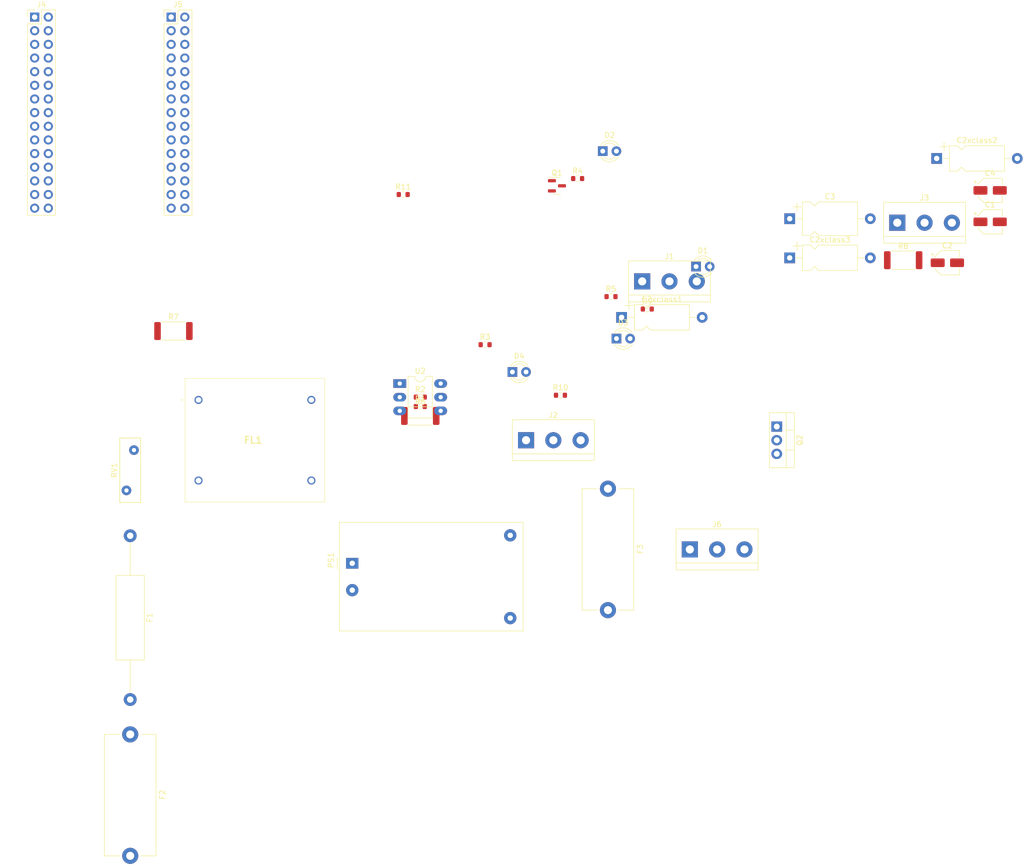
<source format=kicad_pcb>
(kicad_pcb (version 20211014) (generator pcbnew)
  (layers (0 "F.Cu" signal) (31 "B.Cu" signal) (34 "B.Paste" user) (35 "F.Paste" user) (36 "B.SilkS" user "B.Silkscreen") (37 "F.SilkS" user "F.Silkscreen") (38 "B.Mask" user) (39 "F.Mask" user) (44 "Edge.Cuts" user))
  (net 0 "")
  (net 1 "/L")
  (net 2 "Net-(C2xclass1-Pad2)")
  (net 3 "GND")
  (net 4 "Net-(D1-Pad2)")
  (net 5 "Net-(D2-Pad2)")
  (net 6 "/Drain")
  (net 7 "Net-(D3-Pad2)")
  (net 8 "Net-(D4-Pad2)")
  (net 9 "Net-(F1-Pad2)")
  (net 10 "/N")
  (net 11 "+5V")
  (net 12 "/OneWire")
  (net 13 "Net-(J2-Pad1)")
  (net 14 "Net-(J2-Pad2)")
  (net 15 "Earth_Protective")
  (net 16 "/3V3")
  (net 17 "/WiFi_LED")
  (net 18 "/Triac")
  (net 19 "/RX2")
  (net 20 "/TX2")
  (net 21 "/Empty")
  (net 22 "/D18?")
  (net 23 "/D19")
  (net 24 "/D21")
  (net 25 "/RX0")
  (net 26 "/TX0")
  (net 27 "/D22")
  (net 28 "/D23")
  (net 29 "Net-(F3-Pad2)")
  (net 30 "Net-(Q1-Pad1)")
  (net 31 "Net-(C3-Pad2)")
  (net 32 "Net-(Q2-Pad3)")
  (net 33 "Net-(R5-Pad1)")
  (net 34 "Net-(R7-Pad2)")
  (net 37 "Net-(C3-Pad1)")
  (net 38 "Net-(PS1-Pad2)")
  (net 39 "Net-(PS1-Pad1)")
  (net 40 "/PE")
  (net 41 "+3V3")
  (net 42 "/VP")
  (net 43 "/VN")
  (net 44 "/D34")
  (net 45 "/D35")
  (net 46 "/D32")
  (net 47 "/D33")
  (net 48 "/D25")
  (net 49 "/D26")
  (net 50 "/D27")
  (net 51 "/D14")
  (net 52 "/D12")
  (net 53 "/D13")
  (footprint "Fuse:Fuseholder_Cylinder-5x20mm_Stelvio-Kontek_PTF78_Horizontal_Open" (layer "F.Cu") (at 55.88 158.88 -90)
    (fp_text reference "F2" (at 11.25 -6 90) (layer "F.SilkS"))
    (fp_text value "200mA")
    (fp_line (start 22.6 -2) (end 22.6 -4.8) (layer "F.SilkS") (width 0.12))
    (fp_line (start 0 -2) (end 0 -4.8) (layer "F.SilkS") (width 0.12))
    (fp_line (start 0 4.8) (end 0 2) (layer "F.SilkS") (width 0.12))
    (fp_line (start 22.6 4.8) (end 22.6 2) (layer "F.SilkS") (width 0.12))
    (fp_line (start 0 -4.8) (end 22.6 -4.8) (layer "F.SilkS") (width 0.12))
    (fp_line (start 0 4.8) (end 22.6 4.8) (layer "F.SilkS") (width 0.12))
    (pad "1" thru_hole circle (at 0 0 270) (size 3 3) (drill 1.5) (layers *.Cu *.Mask) (net 9 "Net-(F1-Pad2)"))
    (pad "2" thru_hole circle (at 22.6 0 270) (size 3 3) (drill 1.5) (layers *.Cu *.Mask) (net 10 "/N"))
  )
  (footprint "Connector_PinHeader_2.54mm:PinHeader_2x15_P2.54mm_Vertical" (layer "F.Cu") (at 38.1 25.4)
    (fp_text reference "J4" (at 1.27 -2.33) (layer "F.SilkS"))
    (fp_text value "Conn_01x15_Female")
    (fp_line (start -1.33 0) (end -1.33 -1.33) (layer "F.SilkS") (width 0.12))
    (fp_line (start 1.27 -1.33) (end 3.87 -1.33) (layer "F.SilkS") (width 0.12))
    (fp_line (start -1.33 1.27) (end -1.33 36.89) (layer "F.SilkS") (width 0.12))
    (fp_line (start 1.27 1.27) (end 1.27 -1.33) (layer "F.SilkS") (width 0.12))
    (fp_line (start -1.33 36.89) (end 3.87 36.89) (layer "F.SilkS") (width 0.12))
    (fp_line (start 3.87 -1.33) (end 3.87 36.89) (layer "F.SilkS") (width 0.12))
    (fp_line (start -1.33 1.27) (end 1.27 1.27) (layer "F.SilkS") (width 0.12))
    (fp_line (start -1.33 -1.33) (end 0 -1.33) (layer "F.SilkS") (width 0.12))
    (pad "1" thru_hole rect (at 0 0) (size 1.7 1.7) (drill 1) (layers *.Cu *.Mask))
    (pad "2" thru_hole oval (at 2.54 0) (size 1.7 1.7) (drill 1) (layers *.Cu *.Mask))
    (pad "3" thru_hole oval (at 0 2.54) (size 1.7 1.7) (drill 1) (layers *.Cu *.Mask))
    (pad "4" thru_hole oval (at 2.54 2.54) (size 1.7 1.7) (drill 1) (layers *.Cu *.Mask))
    (pad "5" thru_hole oval (at 0 5.08) (size 1.7 1.7) (drill 1) (layers *.Cu *.Mask))
    (pad "6" thru_hole oval (at 2.54 5.08) (size 1.7 1.7) (drill 1) (layers *.Cu *.Mask))
    (pad "7" thru_hole oval (at 0 7.62) (size 1.7 1.7) (drill 1) (layers *.Cu *.Mask))
    (pad "8" thru_hole oval (at 2.54 7.62) (size 1.7 1.7) (drill 1) (layers *.Cu *.Mask))
    (pad "9" thru_hole oval (at 0 10.16) (size 1.7 1.7) (drill 1) (layers *.Cu *.Mask))
    (pad "10" thru_hole oval (at 2.54 10.16) (size 1.7 1.7) (drill 1) (layers *.Cu *.Mask))
    (pad "11" thru_hole oval (at 0 12.7) (size 1.7 1.7) (drill 1) (layers *.Cu *.Mask))
    (pad "12" thru_hole oval (at 2.54 12.7) (size 1.7 1.7) (drill 1) (layers *.Cu *.Mask))
    (pad "13" thru_hole oval (at 0 15.24) (size 1.7 1.7) (drill 1) (layers *.Cu *.Mask))
    (pad "14" thru_hole oval (at 2.54 15.24) (size 1.7 1.7) (drill 1) (layers *.Cu *.Mask))
    (pad "15" thru_hole oval (at 0 17.78) (size 1.7 1.7) (drill 1) (layers *.Cu *.Mask))
    (pad "16" thru_hole oval (at 2.54 17.78) (size 1.7 1.7) (drill 1) (layers *.Cu *.Mask) (net 41 "+3V3"))
    (pad "17" thru_hole oval (at 0 20.32) (size 1.7 1.7) (drill 1) (layers *.Cu *.Mask) (net 42 "/VP"))
    (pad "18" thru_hole oval (at 2.54 20.32) (size 1.7 1.7) (drill 1) (layers *.Cu *.Mask) (net 43 "/VN"))
    (pad "19" thru_hole oval (at 0 22.86) (size 1.7 1.7) (drill 1) (layers *.Cu *.Mask) (net 44 "/D34"))
    (pad "20" thru_hole oval (at 2.54 22.86) (size 1.7 1.7) (drill 1) (layers *.Cu *.Mask) (net 45 "/D35"))
    (pad "21" thru_hole oval (at 0 25.4) (size 1.7 1.7) (drill 1) (layers *.Cu *.Mask) (net 46 "/D32"))
    (pad "22" thru_hole oval (at 2.54 25.4) (size 1.7 1.7) (drill 1) (layers *.Cu *.Mask) (net 47 "/D33"))
    (pad "23" thru_hole oval (at 0 27.94) (size 1.7 1.7) (drill 1) (layers *.Cu *.Mask) (net 48 "/D25"))
    (pad "24" thru_hole oval (at 2.54 27.94) (size 1.7 1.7) (drill 1) (layers *.Cu *.Mask) (net 49 "/D26"))
    (pad "25" thru_hole oval (at 0 30.48) (size 1.7 1.7) (drill 1) (layers *.Cu *.Mask) (net 50 "/D27"))
    (pad "26" thru_hole oval (at 2.54 30.48) (size 1.7 1.7) (drill 1) (layers *.Cu *.Mask) (net 51 "/D14"))
    (pad "27" thru_hole oval (at 0 33.02) (size 1.7 1.7) (drill 1) (layers *.Cu *.Mask) (net 52 "/D12"))
    (pad "28" thru_hole oval (at 2.54 33.02) (size 1.7 1.7) (drill 1) (layers *.Cu *.Mask) (net 53 "/D13"))
    (pad "29" thru_hole oval (at 0 35.56) (size 1.7 1.7) (drill 1) (layers *.Cu *.Mask) (net 3 "GND"))
    (pad "30" thru_hole oval (at 2.54 35.56) (size 1.7 1.7) (drill 1) (layers *.Cu *.Mask) (net 11 "+5V"))
  )
  (footprint "Package_TO_SOT_THT:TO-220-3_Vertical" (layer "F.Cu") (at 176.19 101.6 -90)
    (fp_text reference "Q2" (at 2.54 -4.27 -90) (layer "F.SilkS"))
    (fp_text value "BTA16-600C")
    (fp_line (start -2.58 -1.76) (end 7.66 -1.76) (layer "F.SilkS") (width 0.12))
    (fp_line (start -2.58 -3.27) (end 7.66 -3.27) (layer "F.SilkS") (width 0.12))
    (fp_line (start -2.58 1.371) (end 7.66 1.371) (layer "F.SilkS") (width 0.12))
    (fp_line (start 0.69 -3.27) (end 0.69 -1.76) (layer "F.SilkS") (width 0.12))
    (fp_line (start 4.391 -3.27) (end 4.391 -1.76) (layer "F.SilkS") (width 0.12))
    (fp_line (start -2.58 -3.27) (end -2.58 1.371) (layer "F.SilkS") (width 0.12))
    (fp_line (start 7.66 -3.27) (end 7.66 1.371) (layer "F.SilkS") (width 0.12))
    (pad "1" thru_hole rect (at 0 0 270) (size 1.905 2) (drill 1.1) (layers *.Cu *.Mask) (net 31 "Net-(C3-Pad2)"))
    (pad "2" thru_hole oval (at 2.54 0 270) (size 1.905 2) (drill 1.1) (layers *.Cu *.Mask) (net 1 "/L"))
    (pad "3" thru_hole oval (at 5.08 0 270) (size 1.905 2) (drill 1.1) (layers *.Cu *.Mask) (net 32 "Net-(Q2-Pad3)"))
  )
  (footprint "LED_THT:LED_D3.0mm" (layer "F.Cu") (at 143.815 50.345)
    (fp_text reference "D2" (at 1.27 -2.96) (layer "F.SilkS"))
    (fp_text value "WiFi connected - Green LED")
    (fp_line (start -0.29 1.08) (end -0.29 1.236) (layer "F.SilkS") (width 0.12))
    (fp_line (start -0.29 -1.236) (end -0.29 -1.08) (layer "F.SilkS") (width 0.12))
    (fp_arc (start 0.229039 -1.08) (mid 1.270117 -1.5) (end 2.31113 -1.079837) (layer "F.SilkS") (width 0.12))
    (fp_arc (start 2.942335 1.078608) (mid 1.366487 1.987659) (end -0.29 1.235516) (layer "F.SilkS") (width 0.12))
    (fp_arc (start 2.31113 1.079837) (mid 1.270117 1.5) (end 0.229039 1.08) (layer "F.SilkS") (width 0.12))
    (fp_arc (start -0.29 -1.235516) (mid 1.366487 -1.987659) (end 2.942335 -1.078608) (layer "F.SilkS") (width 0.12))
    (pad "1" thru_hole rect (at 0 0) (size 1.8 1.8) (drill 0.9) (layers *.Cu *.Mask) (net 3 "GND"))
    (pad "2" thru_hole circle (at 2.54 0) (size 1.8 1.8) (drill 0.9) (layers *.Cu *.Mask) (net 5 "Net-(D2-Pad2)"))
  )
  (footprint "LED_THT:LED_D3.0mm" (layer "F.Cu") (at 146.365 85.225)
    (fp_text reference "D3" (at 1.27 -2.96) (layer "F.SilkS"))
    (fp_text value "Heat on - RED LED")
    (fp_line (start -0.29 1.08) (end -0.29 1.236) (layer "F.SilkS") (width 0.12))
    (fp_line (start -0.29 -1.236) (end -0.29 -1.08) (layer "F.SilkS") (width 0.12))
    (fp_arc (start 2.31113 1.079837) (mid 1.270117 1.5) (end 0.229039 1.08) (layer "F.SilkS") (width 0.12))
    (fp_arc (start 0.229039 -1.08) (mid 1.270117 -1.5) (end 2.31113 -1.079837) (layer "F.SilkS") (width 0.12))
    (fp_arc (start 2.942335 1.078608) (mid 1.366487 1.987659) (end -0.29 1.235516) (layer "F.SilkS") (width 0.12))
    (fp_arc (start -0.29 -1.235516) (mid 1.366487 -1.987659) (end 2.942335 -1.078608) (layer "F.SilkS") (width 0.12))
    (pad "1" thru_hole rect (at 0 0) (size 1.8 1.8) (drill 0.9) (layers *.Cu *.Mask) (net 6 "/Drain"))
    (pad "2" thru_hole circle (at 2.54 0) (size 1.8 1.8) (drill 0.9) (layers *.Cu *.Mask) (net 7 "Net-(D3-Pad2)"))
  )
  (footprint "Package_TO_SOT_SMD:SOT-23" (layer "F.Cu") (at 135.29 56.8)
    (fp_text reference "Q1" (at 0 -2.4) (layer "F.SilkS"))
    (fp_text value "BSS138")
    (fp_line (start 0 -1.56) (end 0.65 -1.56) (layer "F.SilkS") (width 0.12))
    (fp_line (start 0 -1.56) (end -1.675 -1.56) (layer "F.SilkS") (width 0.12))
    (fp_line (start 0 1.56) (end 0.65 1.56) (layer "F.SilkS") (width 0.12))
    (fp_line (start 0 1.56) (end -0.65 1.56) (layer "F.SilkS") (width 0.12))
    (pad "1" smd roundrect (at -0.9375 -0.95) (size 1.475 0.6) (layers "F.Cu" "F.Paste" "F.Mask") (net 30 "Net-(Q1-Pad1)"))
    (pad "2" smd roundrect (at -0.9375 0.95) (size 1.475 0.6) (layers "F.Cu" "F.Paste" "F.Mask") (net 3 "GND"))
    (pad "3" smd roundrect (at 0.9375 0) (size 1.475 0.6) (layers "F.Cu" "F.Paste" "F.Mask") (net 6 "/Drain"))
  )
  (footprint "Resistor_SMD:R_0603_1608Metric" (layer "F.Cu") (at 109.86 96.12)
    (fp_text reference "R2" (at 0 -1.43) (layer "F.SilkS"))
    (fp_text value "1,2k")
    (fp_line (start -0.237258 -0.5225) (end 0.237258 -0.5225) (layer "F.SilkS") (width 0.12))
    (fp_line (start -0.237258 0.5225) (end 0.237258 0.5225) (layer "F.SilkS") (width 0.12))
    (pad "1" smd roundrect (at -0.825 0) (size 0.8 0.95) (layers "F.Cu" "F.Paste" "F.Mask") (net 17 "/WiFi_LED"))
    (pad "2" smd roundrect (at 0.825 0) (size 0.8 0.95) (layers "F.Cu" "F.Paste" "F.Mask") (net 5 "Net-(D2-Pad2)"))
  )
  (footprint "LED_THT:LED_D3.0mm" (layer "F.Cu") (at 127 91.44)
    (fp_text reference "D4" (at 1.27 -2.96) (layer "F.SilkS"))
    (fp_text value "Empty Orange LED")
    (fp_line (start -0.29 -1.236) (end -0.29 -1.08) (layer "F.SilkS") (width 0.12))
    (fp_line (start -0.29 1.08) (end -0.29 1.236) (layer "F.SilkS") (width 0.12))
    (fp_arc (start 0.229039 -1.08) (mid 1.270117 -1.5) (end 2.31113 -1.079837) (layer "F.SilkS") (width 0.12))
    (fp_arc (start 2.942335 1.078608) (mid 1.366487 1.987659) (end -0.29 1.235516) (layer "F.SilkS") (width 0.12))
    (fp_arc (start 2.31113 1.079837) (mid 1.270117 1.5) (end 0.229039 1.08) (layer "F.SilkS") (width 0.12))
    (fp_arc (start -0.29 -1.235516) (mid 1.366487 -1.987659) (end 2.942335 -1.078608) (layer "F.SilkS") (width 0.12))
    (pad "1" thru_hole rect (at 0 0) (size 1.8 1.8) (drill 0.9) (layers *.Cu *.Mask) (net 3 "GND"))
    (pad "2" thru_hole circle (at 2.54 0) (size 1.8 1.8) (drill 0.9) (layers *.Cu *.Mask) (net 8 "Net-(D4-Pad2)"))
  )
  (footprint "TerminalBlock:TerminalBlock_bornier-3_P5.08mm" (layer "F.Cu") (at 151.15 74.58)
    (fp_text reference "J1" (at 5.05 -4.65) (layer "F.SilkS"))
    (fp_text value "Screw_DS18_Terminal_01x03")
    (fp_line (start -2.54 -3.81) (end 12.7 -3.81) (layer "F.SilkS") (width 0.12))
    (fp_line (start 12.7 3.81) (end 12.7 -3.81) (layer "F.SilkS") (width 0.12))
    (fp_line (start -2.54 2.54) (end 12.7 2.54) (layer "F.SilkS") (width 0.12))
    (fp_line (start -2.54 3.81) (end -2.54 -3.81) (layer "F.SilkS") (width 0.12))
    (fp_line (start -2.54 3.81) (end 12.7 3.81) (layer "F.SilkS") (width 0.12))
    (pad "1" thru_hole rect (at 0 0) (size 3 3) (drill 1.52) (layers *.Cu *.Mask) (net 11 "+5V"))
    (pad "2" thru_hole circle (at 5.08 0) (size 3 3) (drill 1.52) (layers *.Cu *.Mask) (net 12 "/OneWire"))
    (pad "3" thru_hole circle (at 10.16 0) (size 3 3) (drill 1.52) (layers *.Cu *.Mask) (net 3 "GND"))
  )
  (footprint "Inductor_THT:SSHB21HSR10300" (layer "F.Cu") (at 68.59 96.64)
    (fp_text reference "FL1" (at 10.15 7.5) (layer "F.SilkS") (effects (font (size 1.27 1.27) (thickness 0.254))))
    (fp_text value "SSHB21HS-R10300" hide)
    (fp_line (start 23.5 19) (end -2.5 19) (layer "F.SilkS") (width 0.1))
    (fp_line (start -2.5 -4) (end 23.5 -4) (layer "F.SilkS") (width 0.1))
    (fp_line (start -3.1 0) (end -3.1 0) (layer "F.SilkS") (width 0.2))
    (fp_line (start -2.5 19) (end -2.5 -4) (layer "F.SilkS") (width 0.1))
    (fp_line (start -3.2 0) (end -3.2 0) (layer "F.SilkS") (width 0.2))
    (fp_line (start 23.5 -4) (end 23.5 19) (layer "F.SilkS") (width 0.1))
    (fp_line (start -3.2 0) (end -3.2 0) (layer "F.SilkS") (width 0.2))
    (fp_arc (start -3.1 0) (mid -3.15 0.05) (end -3.2 0) (layer "F.SilkS") (width 0.2))
    (fp_arc (start -3.2 0) (mid -3.15 -0.05) (end -3.1 0) (layer "F.SilkS") (width 0.2))
    (fp_arc (start -3.1 0) (mid -3.15 0.05) (end -3.2 0) (layer "F.SilkS") (width 0.2))
    (pad "1" thru_hole circle locked (at 0 0) (size 1.5 1.5) (drill 1) (layers *.Cu *.Mask) (net 1 "/L"))
    (pad "2" thru_hole circle locked (at 0 15) (size 1.5 1.5) (drill 1) (layers *.Cu *.Mask) (net 2 "Net-(C2xclass1-Pad2)"))
    (pad "3" thru_hole circle locked (at 21 15) (size 1.5 1.5) (drill 1) (layers *.Cu *.Mask) (net 38 "Net-(PS1-Pad2)"))
    (pad "4" thru_hole circle locked (at 21 0) (size 1.5 1.5) (drill 1) (layers *.Cu *.Mask) (net 39 "Net-(PS1-Pad1)"))
  )
  (footprint "Capacitor_SMD:CP_Elec_4x5.3" (layer "F.Cu") (at 207.94 71.12)
    (fp_text reference "C2" (at 0 -3.2) (layer "F.SilkS"))
    (fp_text value "1u")
    (fp_line (start -2.26 1.195563) (end -2.26 1.06) (layer "F.SilkS") (width 0.12))
    (fp_line (start -2.26 1.195563) (end -1.195563 2.26) (layer "F.SilkS") (width 0.12))
    (fp_line (start -3 -1.56) (end -2.5 -1.56) (layer "F.SilkS") (width 0.12))
    (fp_line (start -2.26 -1.195563) (end -1.195563 -2.26) (layer "F.SilkS") (width 0.12))
    (fp_line (start 2.26 -2.26) (end 2.26 -1.06) (layer "F.SilkS") (width 0.12))
    (fp_line (start -2.26 -1.195563) (end -2.26 -1.06) (layer "F.SilkS") (width 0.12))
    (fp_line (start 2.26 2.26) (end 2.26 1.06) (layer "F.SilkS") (width 0.12))
    (fp_line (start -2.75 -1.81) (end -2.75 -1.31) (layer "F.SilkS") (width 0.12))
    (fp_line (start -1.195563 2.26) (end 2.26 2.26) (layer "F.SilkS") (width 0.12))
    (fp_line (start -1.195563 -2.26) (end 2.26 -2.26) (layer "F.SilkS") (width 0.12))
    (pad "1" smd roundrect (at -1.8 0) (size 2.6 1.6) (layers "F.Cu" "F.Paste" "F.Mask") (roundrect_rratio 0.15625) (net 11 "+5V"))
    (pad "2" smd roundrect (at 1.8 0) (size 2.6 1.6) (layers "F.Cu" "F.Paste" "F.Mask") (roundrect_rratio 0.15625) (net 3 "GND"))
  )
  (footprint "Package_DIP:DIP-6_W7.62mm_LongPads" (layer "F.Cu") (at 106.035 93.595)
    (fp_text reference "U2" (at 3.81 -2.33) (layer "F.SilkS"))
    (fp_text value "MOC3041M")
    (fp_line (start 1.56 6.41) (end 6.06 6.41) (layer "F.SilkS") (width 0.12))
    (fp_line (start 6.06 -1.33) (end 4.81 -1.33) (layer "F.SilkS") (width 0.12))
    (fp_line (start 2.81 -1.33) (end 1.56 -1.33) (layer "F.SilkS") (width 0.12))
    (fp_line (start 6.06 6.41) (end 6.06 -1.33) (layer "F.SilkS") (width 0.12))
    (fp_line (start 1.56 -1.33) (end 1.56 6.41) (layer "F.SilkS") (width 0.12))
    (fp_arc (start 4.81 -1.33) (mid 3.81 -0.33) (end 2.81 -1.33) (layer "F.SilkS") (width 0.12))
    (pad "1" thru_hole rect (at 0 0) (size 2.4 1.6) (drill 0.8) (layers *.Cu *.Mask) (net 33 "Net-(R5-Pad1)"))
    (pad "2" thru_hole oval (at 0 2.54) (size 2.4 1.6) (drill 0.8) (layers *.Cu *.Mask) (net 6 "/Drain"))
    (pad "3" thru_hole oval (at 0 5.08) (size 2.4 1.6) (drill 0.8) (layers *.Cu *.Mask))
    (pad "4" thru_hole oval (at 7.62 5.08) (size 2.4 1.6) (drill 0.8) (layers *.Cu *.Mask) (net 32 "Net-(Q2-Pad3)"))
    (pad "5" thru_hole oval (at 7.62 2.54) (size 2.4 1.6) (drill 0.8) (layers *.Cu *.Mask))
    (pad "6" thru_hole oval (at 7.62 0) (size 2.4 1.6) (drill 0.8) (layers *.Cu *.Mask) (net 34 "Net-(R7-Pad2)"))
  )
  (footprint "LED_THT:LED_D3.0mm" (layer "F.Cu") (at 161.175 71.825)
    (fp_text reference "D1" (at 1.27 -2.96) (layer "F.SilkS"))
    (fp_text value "Power On Red LED")
    (fp_line (start -0.29 -1.236) (end -0.29 -1.08) (layer "F.SilkS") (width 0.12))
    (fp_line (start -0.29 1.08) (end -0.29 1.236) (layer "F.SilkS") (width 0.12))
    (fp_arc (start 0.229039 -1.08) (mid 1.270117 -1.5) (end 2.31113 -1.079837) (layer "F.SilkS") (width 0.12))
    (fp_arc (start 2.942335 1.078608) (mid 1.366487 1.987659) (end -0.29 1.235516) (layer "F.SilkS") (width 0.12))
    (fp_arc (start -0.29 -1.235516) (mid 1.366487 -1.987659) (end 2.942335 -1.078608) (layer "F.SilkS") (width 0.12))
    (fp_arc (start 2.31113 1.079837) (mid 1.270117 1.5) (end 0.229039 1.08) (layer "F.SilkS") (width 0.12))
    (pad "1" thru_hole rect (at 0 0) (size 1.8 1.8) (drill 0.9) (layers *.Cu *.Mask) (net 3 "GND"))
    (pad "2" thru_hole circle (at 2.54 0) (size 1.8 1.8) (drill 0.9) (layers *.Cu *.Mask) (net 4 "Net-(D1-Pad2)"))
  )
  (footprint "Connector_PinHeader_2.54mm:PinHeader_2x15_P2.54mm_Vertical" (layer "F.Cu") (at 63.5 25.4)
    (fp_text reference "J5" (at 1.27 -2.33) (layer "F.SilkS"))
    (fp_text value "Conn_01x15_Female")
    (fp_line (start -1.33 1.27) (end -1.33 36.89) (layer "F.SilkS") (width 0.12))
    (fp_line (start 3.87 -1.33) (end 3.87 36.89) (layer "F.SilkS") (width 0.12))
    (fp_line (start -1.33 36.89) (end 3.87 36.89) (layer "F.SilkS") (width 0.12))
    (fp_line (start 1.27 -1.33) (end 3.87 -1.33) (layer "F.SilkS") (width 0.12))
    (fp_line (start -1.33 0) (end -1.33 -1.33) (layer "F.SilkS") (width 0.12))
    (fp_line (start -1.33 -1.33) (end 0 -1.33) (layer "F.SilkS") (width 0.12))
    (fp_line (start -1.33 1.27) (end 1.27 1.27) (layer "F.SilkS") (width 0.12))
    (fp_line (start 1.27 1.27) (end 1.27 -1.33) (layer "F.SilkS") (width 0.12))
    (pad "1" thru_hole rect (at 0 0) (size 1.7 1.7) (drill 1) (layers *.Cu *.Mask) (net 16 "/3V3"))
    (pad "2" thru_hole oval (at 2.54 0) (size 1.7 1.7) (drill 1) (layers *.Cu *.Mask) (net 3 "GND"))
    (pad "3" thru_hole oval (at 0 2.54) (size 1.7 1.7) (drill 1) (layers *.Cu *.Mask) (net 17 "/WiFi_LED"))
    (pad "4" thru_hole oval (at 2.54 2.54) (size 1.7 1.7) (drill 1) (layers *.Cu *.Mask) (net 18 "/Triac"))
    (pad "5" thru_hole oval (at 0 5.08) (size 1.7 1.7) (drill 1) (layers *.Cu *.Mask) (net 12 "/OneWire"))
    (pad "6" thru_hole oval (at 2.54 5.08) (size 1.7 1.7) (drill 1) (layers *.Cu *.Mask) (net 19 "/RX2"))
    (pad "7" thru_hole oval (at 0 7.62) (size 1.7 1.7) (drill 1) (layers *.Cu *.Mask) (net 20 "/TX2"))
    (pad "8" thru_hole oval (at 2.54 7.62) (size 1.7 1.7) (drill 1) (layers *.Cu *.Mask) (net 21 "/Empty"))
    (pad "9" thru_hole oval (at 0 10.16) (size 1.7 1.7) (drill 1) (layers *.Cu *.Mask) (net 22 "/D18?"))
    (pad "10" thru_hole oval (at 2.54 10.16) (size 1.7 1.7) (drill 1) (layers *.Cu *.Mask) (net 23 "/D19"))
    (pad "11" thru_hole oval (at 0 12.7) (size 1.7 1.7) (drill 1) (layers *.Cu *.Mask) (net 24 "/D21"))
    (pad "12" thru_hole oval (at 2.54 12.7) (size 1.7 1.7) (drill 1) (layers *.Cu *.Mask) (net 25 "/RX0"))
    (pad "13" thru_hole oval (at 0 15.24) (size 1.7 1.7) (drill 1) (layers *.Cu *.Mask) (net 26 "/TX0"))
    (pad "14" thru_hole oval (at 2.54 15.24) (size 1.7 1.7) (drill 1) (layers *.Cu *.Mask) (net 27 "/D22"))
    (pad "15" thru_hole oval (at 0 17.78) (size 1.7 1.7) (drill 1) (layers *.Cu *.Mask) (net 28 "/D23"))
    (pad "16" thru_hole oval (at 2.54 17.78) (size 1.7 1.7) (drill 1) (layers *.Cu *.Mask))
    (pad "17" thru_hole oval (at 0 20.32) (size 1.7 1.7) (drill 1) (layers *.Cu *.Mask))
    (pad "18" thru_hole oval (at 2.54 20.32) (size 1.7 1.7) (drill 1) (layers *.Cu *.Mask))
    (pad "19" thru_hole oval (at 0 22.86) (size 1.7 1.7) (drill 1) (layers *.Cu *.Mask))
    (pad "20" thru_hole oval (at 2.54 22.86) (size 1.7 1.7) (drill 1) (layers *.Cu *.Mask))
    (pad "21" thru_hole oval (at 0 25.4) (size 1.7 1.7) (drill 1) (layers *.Cu *.Mask))
    (pad "22" thru_hole oval (at 2.54 25.4) (size 1.7 1.7) (drill 1) (layers *.Cu *.Mask))
    (pad "23" thru_hole oval (at 0 27.94) (size 1.7 1.7) (drill 1) (layers *.Cu *.Mask))
    (pad "24" thru_hole oval (at 2.54 27.94) (size 1.7 1.7) (drill 1) (layers *.Cu *.Mask))
    (pad "25" thru_hole oval (at 0 30.48) (size 1.7 1.7) (drill 1) (layers *.Cu *.Mask))
    (pad "26" thru_hole oval (at 2.54 30.48) (size 1.7 1.7) (drill 1) (layers *.Cu *.Mask))
    (pad "27" thru_hole oval (at 0 33.02) (size 1.7 1.7) (drill 1) (layers *.Cu *.Mask))
    (pad "28" thru_hole oval (at 2.54 33.02) (size 1.7 1.7) (drill 1) (layers *.Cu *.Mask))
    (pad "29" thru_hole oval (at 0 35.56) (size 1.7 1.7) (drill 1) (layers *.Cu *.Mask))
    (pad "30" thru_hole oval (at 2.54 35.56) (size 1.7 1.7) (drill 1) (layers *.Cu *.Mask))
  )
  (footprint "Resistor_SMD:R_0603_1608Metric" (layer "F.Cu") (at 135.94 95.77)
    (fp_text reference "R10" (at 0 -1.43) (layer "F.SilkS"))
    (fp_text value "2.2k")
    (fp_line (start -0.237258 0.5225) (end 0.237258 0.5225) (layer "F.SilkS") (width 0.12))
    (fp_line (start -0.237258 -0.5225) (end 0.237258 -0.5225) (layer "F.SilkS") (width 0.12))
    (pad "1" smd roundrect (at -0.825 0) (size 0.8 0.95) (layers "F.Cu" "F.Paste" "F.Mask") (net 11 "+5V"))
    (pad "2" smd roundrect (at 0.825 0) (size 0.8 0.95) (layers "F.Cu" "F.Paste" "F.Mask") (net 7 "Net-(D3-Pad2)"))
  )
  (footprint "TerminalBlock:TerminalBlock_bornier-3_P5.08mm" (layer "F.Cu") (at 129.54 104.14)
    (fp_text reference "J2" (at 5.05 -4.65) (layer "F.SilkS"))
    (fp_text value "Screw_230v_Terminal_01x03")
    (fp_line (start -2.54 2.54) (end 12.7 2.54) (layer "F.SilkS") (width 0.12))
    (fp_line (start -2.54 -3.81) (end 12.7 -3.81) (layer "F.SilkS") (width 0.12))
    (fp_line (start 12.7 3.81) (end 12.7 -3.81) (layer "F.SilkS") (width 0.12))
    (fp_line (start -2.54 3.81) (end 12.7 3.81) (layer "F.SilkS") (width 0.12))
    (fp_line (start -2.54 3.81) (end -2.54 -3.81) (layer "F.SilkS") (width 0.12))
    (pad "1" thru_hole rect (at 0 0) (size 3 3) (drill 1.52) (layers *.Cu *.Mask) (net 13 "Net-(J2-Pad1)"))
    (pad "2" thru_hole circle (at 5.08 0) (size 3 3) (drill 1.52) (layers *.Cu *.Mask) (net 14 "Net-(J2-Pad2)"))
    (pad "3" thru_hole circle (at 10.16 0) (size 3 3) (drill 1.52) (layers *.Cu *.Mask) (net 15 "Earth_Protective"))
  )
  (footprint "Resistor_SMD:R_0603_1608Metric" (layer "F.Cu") (at 106.68 58.42)
    (fp_text reference "R11" (at 0 -1.43) (layer "F.SilkS"))
    (fp_text value "1.2k")
    (fp_line (start -0.237258 0.5225) (end 0.237258 0.5225) (layer "F.SilkS") (width 0.12))
    (fp_line (start -0.237258 -0.5225) (end 0.237258 -0.5225) (layer "F.SilkS") (width 0.12))
    (pad "1" smd roundrect (at -0.825 0) (size 0.8 0.95) (layers "F.Cu" "F.Paste" "F.Mask") (net 21 "/Empty"))
    (pad "2" smd roundrect (at 0.825 0) (size 0.8 0.95) (layers "F.Cu" "F.Paste" "F.Mask") (net 8 "Net-(D4-Pad2)"))
  )
  (footprint "Resistor_SMD:R_0603_1608Metric" (layer "F.Cu") (at 139.14 55.45)
    (fp_text reference "R4" (at 0 -1.43) (layer "F.SilkS"))
    (fp_text value "10k")
    (fp_line (start -0.237258 0.5225) (end 0.237258 0.5225) (layer "F.SilkS") (width 0.12))
    (fp_line (start -0.237258 -0.5225) (end 0.237258 -0.5225) (layer "F.SilkS") (width 0.12))
    (pad "1" smd roundrect (at -0.825 0) (size 0.8 0.95) (layers "F.Cu" "F.Paste" "F.Mask") (net 3 "GND"))
    (pad "2" smd roundrect (at 0.825 0) (size 0.8 0.95) (layers "F.Cu" "F.Paste" "F.Mask") (net 30 "Net-(Q1-Pad1)"))
  )
  (footprint "Capacitor_THT:CP_Axial_L10.0mm_D6.0mm_P15.00mm_Horizontal" (layer "F.Cu") (at 178.6 62.92)
    (fp_text reference "C3" (at 7.5 -4.12) (layer "F.SilkS"))
    (fp_text value "22n")
    (fp_line (start 13.76 0) (end 12.62 0) (layer "F.SilkS") (width 0.12))
    (fp_line (start 4.63 2.37) (end 5.38 3.12) (layer "F.SilkS") (width 0.12))
    (fp_line (start 4.63 -2.37) (end 5.38 -3.12) (layer "F.SilkS") (width 0.12))
    (fp_line (start 5.38 3.12) (end 12.62 3.12) (layer "F.SilkS") (width 0.12))
    (fp_line (start 12.62 -3.12) (end 12.62 3.12) (layer "F.SilkS") (width 0.12))
    (fp_line (start 3.88 3.12) (end 4.63 2.37) (layer "F.SilkS") (width 0.12))
    (fp_line (start 2.38 -3.12) (end 3.88 -3.12) (layer "F.SilkS") (width 0.12))
    (fp_line (start 5.38 -3.12) (end 12.62 -3.12) (layer "F.SilkS") (width 0.12))
    (fp_line (start 2.38 3.12) (end 3.88 3.12) (layer "F.SilkS") (width 0.12))
    (fp_line (start 1.38 -2.95) (end 1.38 -1.45) (layer "F.SilkS") (width 0.12))
    (fp_line (start 1.24 0) (end 2.38 0) (layer "F.SilkS") (width 0.12))
    (fp_line (start 0.63 -2.2) (end 2.13 -2.2) (layer "F.SilkS") (width 0.12))
    (fp_line (start 3.88 -3.12) (end 4.63 -2.37) (layer "F.SilkS") (width 0.12))
    (fp_line (start 2.38 -3.12) (end 2.38 3.12) (layer "F.SilkS") (width 0.12))
    (pad "1" thru_hole rect (at 0 0) (size 2 2) (drill 1) (layers *.Cu *.Mask) (net 37 "Net-(C3-Pad1)"))
    (pad "2" thru_hole oval (at 15 0) (size 2 2) (drill 1) (layers *.Cu *.Mask) (net 31 "Net-(C3-Pad2)"))
  )
  (footprint "Resistor_SMD:R_2512_6332Metric" (layer "F.Cu") (at 109.86 99.62)
    (fp_text reference "R6" (at 0 -2.62) (layer "F.SilkS"))
    (fp_text value "330")
    (fp_line (start -2.177064 -1.71) (end 2.177064 -1.71) (layer "F.SilkS") (width 0.12))
    (fp_line (start -2.177064 1.71) (end 2.177064 1.71) (layer "F.SilkS") (width 0.12))
    (pad "1" smd roundrect (at -2.9625 0) (size 1.225 3.35) (layers "F.Cu" "F.Paste" "F.Mask") (roundrect_rratio 0.204082) (net 32 "Net-(Q2-Pad3)"))
    (pad "2" smd roundrect (at 2.9625 0) (size 1.225 3.35) (layers "F.Cu" "F.Paste" "F.Mask") (roundrect_rratio 0.204082) (net 31 "Net-(C3-Pad2)"))
  )
  (footprint "Fuse:Fuseholder_Cylinder-5x20mm_Stelvio-Kontek_PTF78_Horizontal_Open" (layer "F.Cu") (at 144.78 113.16 -90)
    (fp_text reference "F3" (at 11.25 -6 90) (layer "F.SilkS"))
    (fp_text value "630mA")
    (fp_line (start 0 -4.8) (end 22.6 -4.8) (layer "F.SilkS") (width 0.12))
    (fp_line (start 0 -2) (end 0 -4.8) (layer "F.SilkS") (width 0.12))
    (fp_line (start 0 4.8) (end 22.6 4.8) (layer "F.SilkS") (width 0.12))
    (fp_line (start 22.6 4.8) (end 22.6 2) (layer "F.SilkS") (width 0.12))
    (fp_line (start 0 4.8) (end 0 2) (layer "F.SilkS") (width 0.12))
    (fp_line (start 22.6 -2) (end 22.6 -4.8) (layer "F.SilkS") (width 0.12))
    (pad "1" thru_hole circle (at 0 0 270) (size 3 3) (drill 1.5) (layers *.Cu *.Mask) (net 11 "+5V"))
    (pad "2" thru_hole circle (at 22.6 0 270) (size 3 3) (drill 1.5) (layers *.Cu *.Mask) (net 29 "Net-(F3-Pad2)"))
  )
  (footprint "Resistor_SMD:R_0603_1608Metric" (layer "F.Cu") (at 152.1 79.73)
    (fp_text reference "R9" (at 0 -1.43) (layer "F.SilkS"))
    (fp_text value "4.7k")
    (fp_line (start -0.237258 -0.5225) (end 0.237258 -0.5225) (layer "F.SilkS") (width 0.12))
    (fp_line (start -0.237258 0.5225) (end 0.237258 0.5225) (layer "F.SilkS") (width 0.12))
    (pad "1" smd roundrect (at -0.825 0) (size 0.8 0.95) (layers "F.Cu" "F.Paste" "F.Mask") (net 11 "+5V"))
    (pad "2" smd roundrect (at 0.825 0) (size 0.8 0.95) (layers "F.Cu" "F.Paste" "F.Mask") (net 12 "/OneWire"))
  )
  (footprint "Resistor_SMD:R_2512_6332Metric" (layer "F.Cu") (at 199.72 70.64)
    (fp_text reference "R8" (at 0 -2.62) (layer "F.SilkS"))
    (fp_text value "39")
    (fp_line (start -2.177064 1.71) (end 2.177064 1.71) (layer "F.SilkS") (width 0.12))
    (fp_line (start -2.177064 -1.71) (end 2.177064 -1.71) (layer "F.SilkS") (width 0.12))
    (pad "1" smd roundrect (at -2.9625 0) (size 1.225 3.35) (layers "F.Cu" "F.Paste" "F.Mask") (roundrect_rratio 0.204082) (net 1 "/L"))
    (pad "2" smd roundrect (at 2.9625 0) (size 1.225 3.35) (layers "F.Cu" "F.Paste" "F.Mask") (roundrect_rratio 0.204082) (net 37 "Net-(C3-Pad1)"))
  )
  (footprint "Resistor_SMD:R_0603_1608Metric" (layer "F.Cu") (at 145.35 77.42)
    (fp_text reference "R5" (at 0 -1.43) (layer "F.SilkS"))
    (fp_text value "390")
    (fp_line (start -0.237258 0.5225) (end 0.237258 0.5225) (layer "F.SilkS") (width 0.12))
    (fp_line (start -0.237258 -0.5225) (end 0.237258 -0.5225) (layer "F.SilkS") (width 0.12))
    (pad "1" smd roundrect (at -0.825 0) (size 0.8 0.95) (layers "F.Cu" "F.Paste" "F.Mask") (net 33 "Net-(R5-Pad1)"))
    (pad "2" smd roundrect (at 0.825 0) (size 0.8 0.95) (layers "F.Cu" "F.Paste" "F.Mask") (net 11 "+5V"))
  )
  (footprint "Capacitor_THT:CP_Axial_L10.0mm_D4.5mm_P15.00mm_Horizontal" (layer "F.Cu") (at 178.6 70.205)
    (fp_text reference "C2xclass3" (at 7.5 -3.37) (layer "F.SilkS"))
    (fp_text value "2.2n")
    (fp_line (start 2.38 2.37) (end 3.88 2.37) (layer "F.SilkS") (width 0.12))
    (fp_line (start 4.63 1.62) (end 5.38 2.37) (layer "F.SilkS") (width 0.12))
    (fp_line (start 5.38 2.37) (end 12.62 2.37) (layer "F.SilkS") (width 0.12))
    (fp_line (start 1.38 -2.95) (end 1.38 -1.45) (layer "F.SilkS") (width 0.12))
    (fp_line (start 3.88 -2.37) (end 4.63 -1.62) (layer "F.SilkS") (width 0.12))
    (fp_line (start 2.38 -2.37) (end 2.38 2.37) (layer "F.SilkS") (width 0.12))
    (fp_line (start 5.38 -2.37) (end 12.62 -2.37) (layer "F.SilkS") (width 0.12))
    (fp_line (start 2.38 -2.37) (end 3.88 -2.37) (layer "F.SilkS") (width 0.12))
    (fp_line (start 4.63 -1.62) (end 5.38 -2.37) (layer "F.SilkS") (width 0.12))
    (fp_line (start 1.24 0) (end 2.38 0) (layer "F.SilkS") (width 0.12))
    (fp_line (start 12.62 -2.37) (end 12.62 2.37) (layer "F.SilkS") (width 0.12))
    (fp_line (start 3.88 2.37) (end 4.63 1.62) (layer "F.SilkS") (width 0.12))
    (fp_line (start 0.63 -2.2) (end 2.13 -2.2) (layer "F.SilkS") (width 0.12))
    (fp_line (start 13.76 0) (end 12.62 0) (layer "F.SilkS") (width 0.12))
    (pad "1" thru_hole rect (at 0 0) (size 2 2) (drill 1) (layers *.Cu *.Mask) (net 2 "Net-(C2xclass1-Pad2)"))
    (pad "2" thru_hole oval (at 15 0) (size 2 2) (drill 1) (layers *.Cu *.Mask) (net 15 "Earth_Protective"))
  )
  (footprint "Capacitor_SMD:CP_Elec_4x5.3" (layer "F.Cu") (at 215.9 63.5)
    (fp_text reference "C1" (at 0 -3.2) (layer "F.SilkS"))
    (fp_text value "10u")
    (fp_line (start -2.26 1.195563) (end -1.195563 2.26) (layer "F.SilkS") (width 0.12))
    (fp_line (start -2.75 -1.81) (end -2.75 -1.31) (layer "F.SilkS") (width 0.12))
    (fp_line (start -2.26 1.195563) (end -2.26 1.06) (layer "F.SilkS") (width 0.12))
    (fp_line (start -2.26 -1.195563) (end -1.195563 -2.26) (layer "F.SilkS") (width 0.12))
    (fp_line (start -2.26 -1.195563) (end -2.26 -1.06) (layer "F.SilkS") (width 0.12))
    (fp_line (start -1.195563 -2.26) (end 2.26 -2.26) (layer "F.SilkS") (width 0.12))
    (fp_line (start 2.26 -2.26) (end 2.26 -1.06) (layer "F.SilkS") (width 0.12))
    (fp_line (start -3 -1.56) (end -2.5 -1.56) (layer "F.SilkS") (width 0.12))
    (fp_line (start 2.26 2.26) (end 2.26 1.06) (layer "F.SilkS") (width 0.12))
    (fp_line (start -1.195563 2.26) (end 2.26 2.26) (layer "F.SilkS") (width 0.12))
    (pad "1" smd roundrect (at -1.8 0) (size 2.6 1.6) (layers "F.Cu" "F.Paste" "F.Mask") (roundrect_rratio 0.15625) (net 11 "+5V"))
    (pad "2" smd roundrect (at 1.8 0) (size 2.6 1.6) (layers "F.Cu" "F.Paste" "F.Mask") (roundrect_rratio 0.15625) (net 3 "GND"))
  )
  (footprint "TerminalBlock:TerminalBlock_bornier-3_P5.08mm" (layer "F.Cu") (at 198.62 63.67)
    (fp_text reference "J3" (at 5.05 -4.65) (layer "F.SilkS"))
    (fp_text value "Czajnik_plug")
    (fp_line (start -2.54 3.81) (end 12.7 3.81) (layer "F.SilkS") (width 0.12))
    (fp_line (start -2.54 3.81) (end -2.54 -3.81) (layer "F.SilkS") (width 0.12))
    (fp_line (start 12.7 3.81) (end 12.7 -3.81) (layer "F.SilkS") (width 0.12))
    (fp_line (start -2.54 -3.81) (end 12.7 -3.81) (layer "F.SilkS") (width 0.12))
    (fp_line (start -2.54 2.54) (end 12.7 2.54) (layer "F.SilkS") (width 0.12))
    (pad "1" thru_hole rect (at 0 0) (size 3 3) (drill 1.52) (layers *.Cu *.Mask) (net 31 "Net-(C3-Pad2)"))
    (pad "2" thru_hole circle (at 5.08 0) (size 3 3) (drill 1.52) (layers *.Cu *.Mask) (net 10 "/N"))
    (pad "3" thru_hole circle (at 10.16 0) (size 3 3) (drill 1.52) (layers *.Cu *.Mask) (net 40 "/PE"))
  )
  (footprint "Resistor_SMD:R_2512_6332Metric" (layer "F.Cu") (at 63.9225 83.82)
    (fp_text reference "R7" (at 0 -2.62) (layer "F.SilkS"))
    (fp_text value "360")
    (fp_line (start -2.177064 1.71) (end 2.177064 1.71) (layer "F.SilkS") (width 0.12))
    (fp_line (start -2.177064 -1.71) (end 2.177064 -1.71) (layer "F.SilkS") (width 0.12))
    (pad "1" smd roundrect (at -2.9625 0) (size 1.225 3.35) (layers "F.Cu" "F.Paste" "F.Mask") (roundrect_rratio 0.204082) (net 1 "/L"))
    (pad "2" smd roundrect (at 2.9625 0) (size 1.225 3.35) (layers "F.Cu" "F.Paste" "F.Mask") (roundrect_rratio 0.204082) (net 34 "Net-(R7-Pad2)"))
  )
  (footprint "Capacitor_THT:CP_Axial_L10.0mm_D4.5mm_P15.00mm_Horizontal" (layer "F.Cu") (at 205.95 51.705)
    (fp_text reference "C2xclass2" (at 7.5 -3.37) (layer "F.SilkS"))
    (fp_text value "2.2n")
    (fp_line (start 12.62 -2.37) (end 12.62 2.37) (layer "F.SilkS") (width 0.12))
    (fp_line (start 4.63 1.62) (end 5.38 2.37) (layer "F.SilkS") (width 0.12))
    (fp_line (start 2.38 -2.37) (end 3.88 -2.37) (layer "F.SilkS") (width 0.12))
    (fp_line (start 1.38 -2.95) (end 1.38 -1.45) (layer "F.SilkS") (width 0.12))
    (fp_line (start 13.76 0) (end 12.62 0) (layer "F.SilkS") (width 0.12))
    (fp_line (start 4.63 -1.62) (end 5.38 -2.37) (layer "F.SilkS") (width 0.12))
    (fp_line (start 0.63 -2.2) (end 2.13 -2.2) (layer "F.SilkS") (width 0.12))
    (fp_line (start 5.38 2.37) (end 12.62 2.37) (layer "F.SilkS") (width 0.12))
    (fp_line (start 3.88 2.37) (end 4.63 1.62) (layer "F.SilkS") (width 0.12))
    (fp_line (start 1.24 0) (end 2.38 0) (layer "F.SilkS") (width 0.12))
    (fp_line (start 2.38 -2.37) (end 2.38 2.37) (layer "F.SilkS") (width 0.12))
    (fp_line (start 5.38 -2.37) (end 12.62 -2.37) (layer "F.SilkS") (width 0.12))
    (fp_line (start 3.88 -2.37) (end 4.63 -1.62) (layer "F.SilkS") (width 0.12))
    (fp_line (start 2.38 2.37) (end 3.88 2.37) (layer "F.SilkS") (width 0.12))
    (pad "1" thru_hole rect (at 0 0) (size 2 2) (drill 1) (layers *.Cu *.Mask) (net 15 "Earth_Protective"))
    (pad "2" thru_hole oval (at 15 0) (size 2 2) (drill 1) (layers *.Cu *.Mask) (net 1 "/L"))
  )
  (footprint "TerminalBlock:TerminalBlock_bornier-3_P5.08mm" (layer "F.Cu") (at 160.02 124.46)
    (fp_text reference "J6" (at 5.05 -4.65) (layer "F.SilkS"))
    (fp_text value "Screw_230v_Terminal_01x03")
    (fp_line (start -2.54 3.81) (end 12.7 3.81) (layer "F.SilkS") (width 0.12))
    (fp_line (start -2.54 -3.81) (end 12.7 -3.81) (layer "F.SilkS") (width 0.12))
    (fp_line (start -2.54 2.54) (end 12.7 2.54) (layer "F.SilkS") (width 0.12))
    (fp_line (start 12.7 3.81) (end 12.7 -3.81) (layer "F.SilkS") (width 0.12))
    (fp_line (start -2.54 3.81) (end -2.54 -3.81) (layer "F.SilkS") (width 0.12))
    (pad "1" thru_hole rect (at 0 0) (size 3 3) (drill 1.52) (layers *.Cu *.Mask) (net 1 "/L"))
    (pad "2" thru_hole circle (at 5.08 0) (size 3 3) (drill 1.52) (layers *.Cu *.Mask) (net 10 "/N"))
    (pad "3" thru_hole circle (at 10.16 0) (size 3 3) (drill 1.52) (layers *.Cu *.Mask) (net 15 "Earth_Protective"))
  )
  (footprint "Resistor_THT:R_Axial_DIN0516_L15.5mm_D5.0mm_P30.48mm_Horizontal" (layer "F.Cu") (at 55.88 121.915 -90)
    (fp_text reference "F1" (at 15.24 -3.62 90) (layer "F.SilkS"))
    (fp_text value "Thermal Fuse 72 st.")
    (fp_line (start 23.11 2.62) (end 23.11 -2.62) (layer "F.SilkS") (width 0.12))
    (fp_line (start 7.37 2.62) (end 23.11 2.62) (layer "F.SilkS") (width 0.12))
    (fp_line (start 7.37 -2.62) (end 7.37 2.62) (layer "F.SilkS") (width 0.12))
    (fp_line (start 23.11 -2.62) (end 7.37 -2.62) (layer "F.SilkS") (width 0.12))
    (fp_line (start 29.04 0) (end 23.11 0) (layer "F.SilkS") (width 0.12))
    (fp_line (start 1.44 0) (end 7.37 0) (layer "F.SilkS") (width 0.12))
    (pad "1" thru_hole circle (at 0 0 270) (size 2.4 2.4) (drill 1.2) (layers *.Cu *.Mask) (net 2 "Net-(C2xclass1-Pad2)"))
    (pad "2" thru_hole oval (at 30.48 0 270) (size 2.4 2.4) (drill 1.2) (layers *.Cu *.Mask) (net 9 "Net-(F1-Pad2)"))
  )
  (footprint "Capacitor_SMD:CP_Elec_4x5.3" (layer "F.Cu") (at 215.9 57.65)
    (fp_text reference "C4" (at 0 -3.2) (layer "F.SilkS"))
    (fp_text value "100n")
    (fp_line (start -2.26 -1.195563) (end -2.26 -1.06) (layer "F.SilkS") (width 0.12))
    (fp_line (start -2.26 -1.195563) (end -1.195563 -2.26) (layer "F.SilkS") (width 0.12))
    (fp_line (start -1.195563 2.26) (end 2.26 2.26) (layer "F.SilkS") (width 0.12))
    (fp_line (start -2.26 1.195563) (end -1.195563 2.26) (layer "F.SilkS") (width 0.12))
    (fp_line (start -2.26 1.195563) (end -2.26 1.06) (layer "F.SilkS") (width 0.12))
    (fp_line (start 2.26 -2.26) (end 2.26 -1.06) (layer "F.SilkS") (width 0.12))
    (fp_line (start 2.26 2.26) (end 2.26 1.06) (layer "F.SilkS") (width 0.12))
    (fp_line (start -2.75 -1.81) (end -2.75 -1.31) (layer "F.SilkS") (width 0.12))
    (fp_line (start -3 -1.56) (end -2.5 -1.56) (layer "F.SilkS") (width 0.12))
    (fp_line (start -1.195563 -2.26) (end 2.26 -2.26) (layer "F.SilkS") (width 0.12))
    (pad "1" smd roundrect (at -1.8 0) (size 2.6 1.6) (layers "F.Cu" "F.Paste" "F.Mask") (roundrect_rratio 0.15625) (net 11 "+5V"))
    (pad "2" smd roundrect (at 1.8 0) (size 2.6 1.6) (layers "F.Cu" "F.Paste" "F.Mask") (roundrect_rratio 0.15625) (net 3 "GND"))
  )
  (footprint "Resistor_SMD:R_0603_1608Metric" (layer "F.Cu") (at 109.86 97.87)
    (fp_text reference "R1" (at 0 -1.43) (layer "F.SilkS"))
    (fp_text value "2.2k")
    (fp_line (start -0.237258 0.5225) (end 0.237258 0.5225) (layer "F.SilkS") (width 0.12))
    (fp_line (start -0.237258 -0.5225) (end 0.237258 -0.5225) (layer "F.SilkS") (width 0.12))
    (pad "1" smd roundrect (at -0.825 0) (size 0.8 0.95) (layers "F.Cu" "F.Paste" "F.Mask") (net 11 "+5V"))
    (pad "2" smd roundrect (at 0.825 0) (size 0.8 0.95) (layers "F.Cu" "F.Paste" "F.Mask") (net 4 "Net-(D1-Pad2)"))
  )
  (footprint "Varistor:RV_Disc_D12mm_W3.9mm_P7.5mm" (layer "F.Cu") (at 56.58 105.98 -90)
    (fp_text reference "RV1" (at 3.75 3.65 90) (layer "F.SilkS"))
    (fp_text value "Varistor")
    (fp_line (start -2.25 -1.25) (end -2.25 2.65) (layer "F.SilkS") (width 0.15))
    (fp_line (start 9.75 -1.25) (end 9.75 2.65) (layer "F.SilkS") (width 0.15))
    (fp_line (start -2.25 2.65) (end 9.75 2.65) (layer "F.SilkS") (width 0.15))
    (fp_line (start -2.25 -1.25) (end 9.75 -1.25) (layer "F.SilkS") (width 0.15))
    (pad "1" thru_hole circle (at 0 0 270) (size 1.8 1.8) (drill 0.8) (layers *.Cu *.Mask) (net 1 "/L"))
    (pad "2" thru_hole circle (at 7.5 1.4 270) (size 1.8 1.8) (drill 0.8) (layers *.Cu *.Mask) (net 2 "Net-(C2xclass1-Pad2)"))
  )
  (footprint "Converter_ACDC:Converter_ACDC_HiLink_HLK-PMxx" (layer "F.Cu") (at 97.1975 127.04)
    (fp_text reference "PS1" (at -3.94 -0.55 90) (layer "F.SilkS"))
    (fp_text value "HLK-PM01")
    (fp_line (start -2.4 -7.6) (end -2.4 12.6) (layer "F.SilkS") (width 0.12))
    (fp_line (start 31.8 -7.6) (end -2.4 -7.6) (layer "F.SilkS") (width 0.12))
    (fp_line (start -2.79 -1) (end -2.79 1.01) (layer "F.SilkS") (width 0.12))
    (fp_line (start -2.4 12.6) (end 31.8 12.6) (layer "F.SilkS") (width 0.12))
    (fp_line (start 31.8 12.6) (end 31.8 -7.6) (layer "F.SilkS") (width 0.12))
    (pad "1" thru_hole rect (at 0 0) (size 2.3 2) (drill 1) (layers *.Cu *.Mask) (net 39 "Net-(PS1-Pad1)"))
    (pad "2" thru_hole circle (at 0 5) (size 2.3 2.3) (drill 1) (layers *.Cu *.Mask) (net 38 "Net-(PS1-Pad2)"))
    (pad "3" thru_hole circle (at 29.4 -5.2) (size 2.3 2.3) (drill 1) (layers *.Cu *.Mask) (net 3 "GND"))
    (pad "4" thru_hole circle (at 29.4 10.2) (size 2.3 2.3) (drill 1) (layers *.Cu *.Mask) (net 29 "Net-(F3-Pad2)"))
  )
  (footprint "Resistor_SMD:R_0603_1608Metric" (layer "F.Cu") (at 121.92 86.36)
    (fp_text reference "R3" (at 0 -1.43) (layer "F.SilkS"))
    (fp_text value "100")
    (fp_line (start -0.237258 -0.5225) (end 0.237258 -0.5225) (layer "F.SilkS") (width 0.12))
    (fp_line (start -0.237258 0.5225) (end 0.237258 0.5225) (layer "F.SilkS") (width 0.12))
    (pad "1" smd roundrect (at -0.825 0) (size 0.8 0.95) (layers "F.Cu" "F.Paste" "F.Mask") (net 18 "/Triac"))
    (pad "2" smd roundrect (at 0.825 0) (size 0.8 0.95) (layers "F.Cu" "F.Paste" "F.Mask") (net 30 "Net-(Q1-Pad1)"))
  )
  (footprint "Capacitor_THT:CP_Axial_L10.0mm_D4.5mm_P15.00mm_Horizontal" (layer "F.Cu") (at 147.32 81.28)
    (fp_text reference "C2xclass1" (at 7.5 -3.37) (layer "F.SilkS"))
    (fp_text value "2.2n")
    (fp_line (start 12.62 -2.37) (end 12.62 2.37) (layer "F.SilkS") (width 0.12))
    (fp_line (start 4.63 1.62) (end 5.38 2.37) (layer "F.SilkS") (width 0.12))
    (fp_line (start 2.38 2.37) (end 3.88 2.37) (layer "F.SilkS") (width 0.12))
    (fp_line (start 5.38 2.37) (end 12.62 2.37) (layer "F.SilkS") (width 0.12))
    (fp_line (start 0.63 -2.2) (end 2.13 -2.2) (layer "F.SilkS") (width 0.12))
    (fp_line (start 2.38 -2.37) (end 2.38 2.37) (layer "F.SilkS") (width 0.12))
    (fp_line (start 13.76 0) (end 12.62 0) (layer "F.SilkS") (width 0.12))
    (fp_line (start 3.88 -2.37) (end 4.63 -1.62) (layer "F.SilkS") (width 0.12))
    (fp_line (start 1.38 -2.95) (end 1.38 -1.45) (layer "F.SilkS") (width 0.12))
    (fp_line (start 4.63 -1.62) (end 5.38 -2.37) (layer "F.SilkS") (width 0.12))
    (fp_line (start 2.38 -2.37) (end 3.88 -2.37) (layer "F.SilkS") (width 0.12))
    (fp_line (start 3.88 2.37) (end 4.63 1.62) (layer "F.SilkS") (width 0.12))
    (fp_line (start 1.24 0) (end 2.38 0) (layer "F.SilkS") (width 0.12))
    (fp_line (start 5.38 -2.37) (end 12.62 -2.37) (layer "F.SilkS") (width 0.12))
    (pad "1" thru_hole rect (at 0 0) (size 2 2) (drill 1) (layers *.Cu *.Mask) (net 1 "/L"))
    (pad "2" thru_hole oval (at 15 0) (size 2 2) (drill 1) (layers *.Cu *.Mask) (net 2 "Net-(C2xclass1-Pad2)"))
  )
)
</source>
